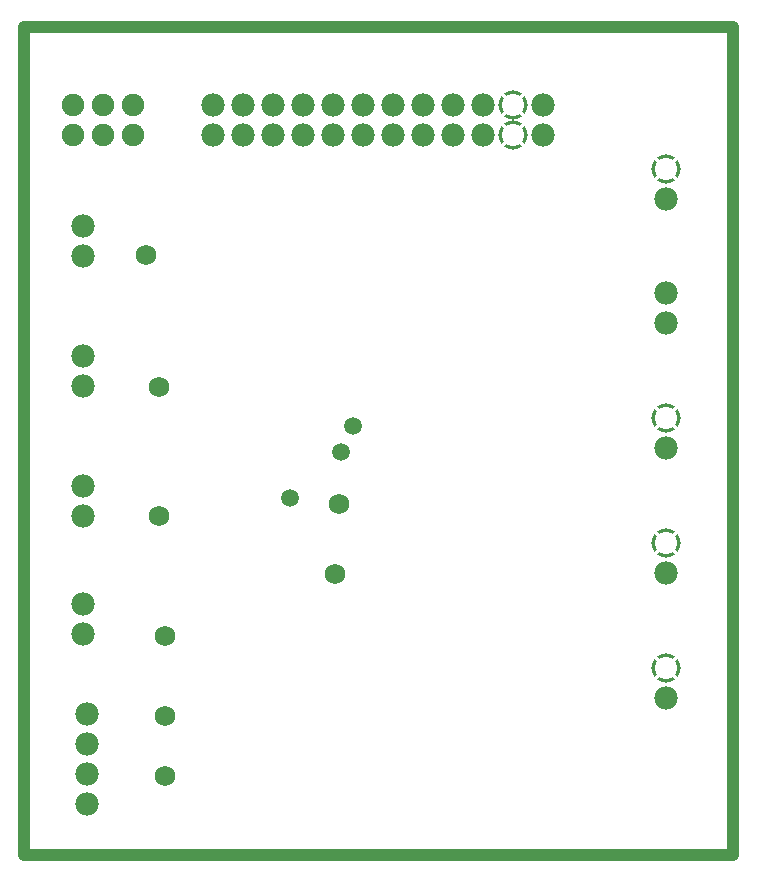
<source format=gbr>
G04 Layer_Physical_Order=3*
G04 Layer_Color=128*
%FSLAX26Y26*%
%MOIN*%
%TF.FileFunction,Copper,L3,Inr,Plane*%
%TF.Part,Single*%
G01*
G75*
%TA.AperFunction,NonConductor*%
%ADD23C,0.040000*%
%TA.AperFunction,ComponentPad*%
%ADD24C,0.075433*%
%ADD25C,0.077402*%
G04:AMPARAMS|DCode=26|XSize=97.402mil|YSize=97.402mil|CornerRadius=0mil|HoleSize=0mil|Usage=FLASHONLY|Rotation=0.000|XOffset=0mil|YOffset=0mil|HoleType=Round|Shape=Relief|Width=10mil|Gap=10mil|Entries=4|*
%AMTHD26*
7,0,0,0.097402,0.077402,0.010000,45*
%
%ADD26THD26*%
%TA.AperFunction,ViaPad*%
%ADD28C,0.059685*%
%ADD29C,0.068000*%
D23*
X-39370Y-0D02*
X-39370Y2760000D01*
X2322835Y2760000D01*
X2322834Y-0D02*
X2322835Y2760000D01*
X-39370Y-0D02*
X2322834Y-0D01*
D24*
X123032Y2501575D02*
D03*
X223032D02*
D03*
X323032D02*
D03*
Y2401575D02*
D03*
X223032D02*
D03*
X123032D02*
D03*
D25*
X1490551Y2501575D02*
D03*
X1390551D02*
D03*
X1290551D02*
D03*
X1190551D02*
D03*
X1090551D02*
D03*
X990551D02*
D03*
X890551D02*
D03*
X790551D02*
D03*
X690551D02*
D03*
X590551D02*
D03*
X1490551Y2401575D02*
D03*
X1390551D02*
D03*
X1290551D02*
D03*
X1190551D02*
D03*
X1090551D02*
D03*
X990551D02*
D03*
X890551D02*
D03*
X790551D02*
D03*
X690551D02*
D03*
X590551D02*
D03*
X1690551Y2501575D02*
D03*
Y2401575D02*
D03*
X157480Y2097244D02*
D03*
Y1997244D02*
D03*
X2101063Y1871898D02*
D03*
Y1771898D02*
D03*
Y523150D02*
D03*
Y2188148D02*
D03*
X157480Y1664173D02*
D03*
Y1564173D02*
D03*
X2101063Y939399D02*
D03*
X157480Y1231102D02*
D03*
Y1131102D02*
D03*
Y737402D02*
D03*
Y837402D02*
D03*
X2101063Y1355649D02*
D03*
X170000Y170000D02*
D03*
Y270000D02*
D03*
Y370000D02*
D03*
Y470000D02*
D03*
D26*
X1590551Y2401575D02*
D03*
Y2501575D02*
D03*
X2101063Y623150D02*
D03*
Y2288148D02*
D03*
Y1039399D02*
D03*
Y1455649D02*
D03*
D28*
X847000Y1189000D02*
D03*
X1056000Y1429000D02*
D03*
X1015748Y1342520D02*
D03*
D29*
X409449Y1559055D02*
D03*
X366142Y2000000D02*
D03*
X996000Y937000D02*
D03*
X1010000Y1171000D02*
D03*
X409449Y1129921D02*
D03*
X431103Y730315D02*
D03*
X429134Y464567D02*
D03*
Y263779D02*
D03*
%TF.MD5,dfc8c17570479e9a2c105ea85bfa92ba*%
M02*

</source>
